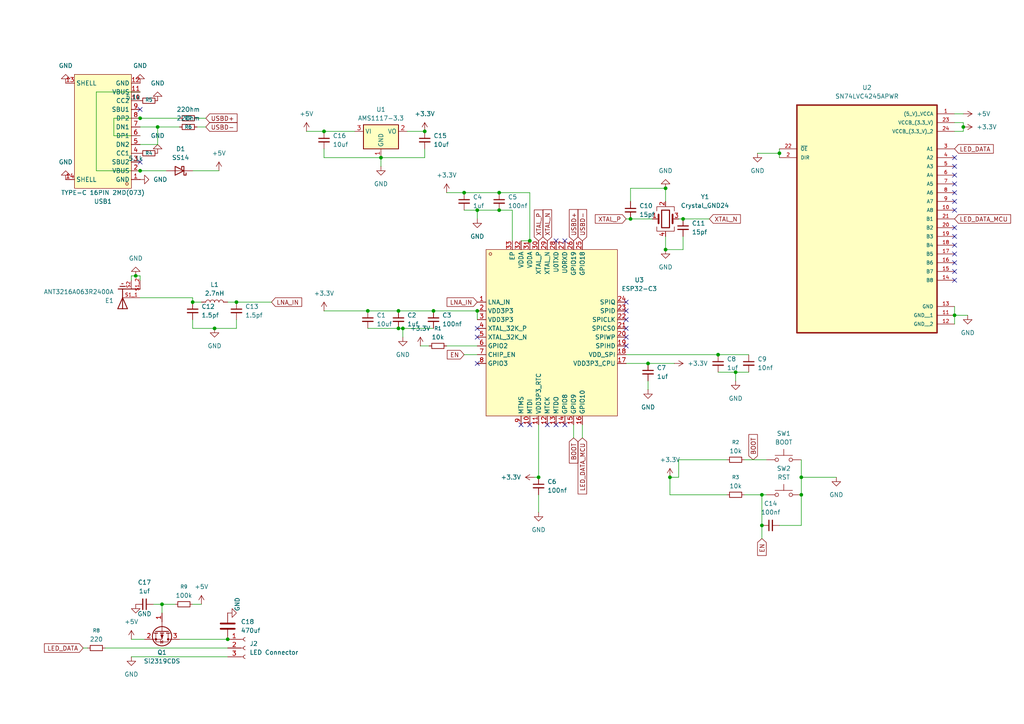
<source format=kicad_sch>
(kicad_sch (version 20250114) (generator "eeschema") (generator_version "9.0")
  (paper "A4")
  (lib_symbols
    (symbol "ANT3216A063R2400A:ANT3216A063R2400A" (pin_names (offset 1.016))
      (property "Reference" "E" (at 2.54 1.27 0))
      (property "Value" "ANT3216A063R2400A" (at 2.54 -1.27 0))
      (symbol "ANT3216A063R2400A_0_0"
        (polyline (pts (xy -1.397 3.175) (xy 0 3.175)) (stroke (width 0.254)))
        (polyline (pts (xy -0.762 -3.302) (xy 0.762 -3.302)) (stroke (width 0.254)))
        (polyline (pts (xy -0.127 -4.064) (xy 0.254 -4.064)) (stroke (width 0.254)))
        (polyline (pts (xy 0 3.175) (xy 0 0)) (stroke (width 0.254)))
        (polyline (pts (xy 0 3.175) (xy 1.397 3.175)) (stroke (width 0.254)))
        (polyline (pts (xy 0 0) (xy -1.397 3.175)) (stroke (width 0.254)))
        (polyline (pts (xy 0 0) (xy 0 -2.54)) (stroke (width 0.254)))
        (polyline (pts (xy 0 -2.54) (xy -5.08 -2.54)) (stroke (width 0.254)))
        (polyline (pts (xy 0 -2.54) (xy 1.27 -2.54)) (stroke (width 0.254)))
        (polyline (pts (xy 1.397 3.175) (xy 0 0)) (stroke (width 0.254)))
        (pin passive line (at -5.08 0 0) (length 5.08) (name "~") (number "S1_1"))
        (pin power_in line (at -5.08 -5.08 90) (length 2.54) (name "~") (number "S1_2"))
        (pin power_in line (at -2.54 -5.08 90) (length 2.54) (name "~") (number "S2"))
      )
    )
    (symbol "Connector:Conn_01x03_Socket" (pin_names (offset 1.016) (hide yes))
      (property "Reference" "J" (at 0 5.08 0))
      (property "Value" "Conn_01x03_Socket" (at 0 -5.08 0))
      (symbol "Conn_01x03_Socket_1_1"
        (polyline (pts (xy -1.27 2.54) (xy -0.508 2.54)) (stroke (width 0.1524)))
        (polyline (pts (xy -1.27 0) (xy -0.508 0)) (stroke (width 0.1524)))
        (polyline (pts (xy -1.27 -2.54) (xy -0.508 -2.54)) (stroke (width 0.1524)))
        (arc (start 0 2.032) (mid -0.5058 2.54) (end 0 3.048) (stroke (width 0.1524)))
        (arc (start 0 -0.508) (mid -0.5058 0) (end 0 0.508) (stroke (width 0.1524)))
        (arc (start 0 -3.048) (mid -0.5058 -2.54) (end 0 -2.032) (stroke (width 0.1524)))
        (pin passive line (at -5.08 2.54 0) (length 3.81) (name "Pin_1") (number "1"))
        (pin passive line (at -5.08 0 0) (length 3.81) (name "Pin_2") (number "2"))
        (pin passive line (at -5.08 -2.54 0) (length 3.81) (name "Pin_3") (number "3"))
      )
    )
    (symbol "Device:C" (pin_numbers (hide yes)) (pin_names (offset 0.254))
      (property "Reference" "C" (at 0.635 2.54 0))
      (property "Value" "C" (at 0.635 -2.54 0))
      (symbol "C_0_1"
        (polyline (pts (xy -2.032 0.762) (xy 2.032 0.762)) (stroke (width 0.508)))
        (polyline (pts (xy -2.032 -0.762) (xy 2.032 -0.762)) (stroke (width 0.508)))
      )
      (symbol "C_1_1"
        (pin passive line (at 0 3.81 270) (length 2.794) (name "~") (number "1"))
        (pin passive line (at 0 -3.81 90) (length 2.794) (name "~") (number "2"))
      )
    )
    (symbol "Device:C_Small" (pin_numbers (hide yes)) (pin_names (offset 0.254) (hide yes))
      (property "Reference" "C" (at 0.254 1.778 0))
      (property "Value" "C_Small" (at 0.254 -2.032 0))
      (symbol "C_Small_0_1"
        (polyline (pts (xy -1.524 0.508) (xy 1.524 0.508)) (stroke (width 0.3048)))
        (polyline (pts (xy -1.524 -0.508) (xy 1.524 -0.508)) (stroke (width 0.3302)))
      )
      (symbol "C_Small_1_1"
        (pin passive line (at 0 2.54 270) (length 2.032) (name "~") (number "1"))
        (pin passive line (at 0 -2.54 90) (length 2.032) (name "~") (number "2"))
      )
    )
    (symbol "Device:Crystal_GND24" (pin_names (offset 1.016) (hide yes))
      (property "Reference" "Y" (at 3.175 5.08 0))
      (property "Value" "Crystal_GND24" (at 3.175 3.175 0))
      (symbol "Crystal_GND24_0_1"
        (polyline (pts (xy -2.54 2.286) (xy -2.54 3.556) (xy 2.54 3.556) (xy 2.54 2.286)))
        (polyline (pts (xy -2.54 0) (xy -2.032 0)))
        (polyline (pts (xy -2.54 -2.286) (xy -2.54 -3.556) (xy 2.54 -3.556) (xy 2.54 -2.286)))
        (polyline (pts (xy -2.032 -1.27) (xy -2.032 1.27)) (stroke (width 0.508)))
        (rectangle (start -1.143 2.54) (end 1.143 -2.54) (stroke (width 0.3048)))
        (polyline (pts (xy 0 3.556) (xy 0 3.81)))
        (polyline (pts (xy 0 -3.81) (xy 0 -3.556)))
        (polyline (pts (xy 2.032 0) (xy 2.54 0)))
        (polyline (pts (xy 2.032 -1.27) (xy 2.032 1.27)) (stroke (width 0.508)))
      )
      (symbol "Crystal_GND24_1_1"
        (pin passive line (at -3.81 0 0) (length 1.27) (name "1") (number "1"))
        (pin passive line (at 0 5.08 270) (length 1.27) (name "2") (number "2"))
        (pin passive line (at 0 -5.08 90) (length 1.27) (name "4") (number "4"))
        (pin passive line (at 3.81 0 180) (length 1.27) (name "3") (number "3"))
      )
    )
    (symbol "Device:L" (pin_numbers (hide yes)) (pin_names (offset 1.016) (hide yes))
      (property "Reference" "L" (at -1.27 0 90))
      (property "Value" "L" (at 1.905 0 90))
      (symbol "L_0_1"
        (arc (start 0 2.54) (mid 0.6323 1.905) (end 0 1.27))
        (arc (start 0 1.27) (mid 0.6323 0.635) (end 0 0))
        (arc (start 0 0) (mid 0.6323 -0.635) (end 0 -1.27))
        (arc (start 0 -1.27) (mid 0.6323 -1.905) (end 0 -2.54))
      )
      (symbol "L_1_1"
        (pin passive line (at 0 3.81 270) (length 1.27) (name "1") (number "1"))
        (pin passive line (at 0 -3.81 90) (length 1.27) (name "2") (number "2"))
      )
    )
    (symbol "Device:R_Small" (pin_numbers (hide yes)) (pin_names (offset 0.254) (hide yes))
      (property "Reference" "R" (at 0 0 90))
      (property "Value" "R_Small" (at 1.778 0 90))
      (symbol "R_Small_0_1"
        (rectangle (start -0.762 1.778) (end 0.762 -1.778) (stroke (width 0.2032)))
      )
      (symbol "R_Small_1_1"
        (pin passive line (at 0 2.54 270) (length 0.762) (name "~") (number "1"))
        (pin passive line (at 0 -2.54 90) (length 0.762) (name "~") (number "2"))
      )
    )
    (symbol "Diode:SS14" (pin_numbers (hide yes)) (pin_names (offset 1.016) (hide yes))
      (property "Reference" "D" (at 0 2.54 0))
      (property "Value" "SS14" (at 0 -2.54 0))
      (symbol "SS14_0_1"
        (polyline (pts (xy -1.905 0.635) (xy -1.905 1.27) (xy -1.27 1.27) (xy -1.27 -1.27) (xy -0.635 -1.27) (xy -0.635 -0.635)) (stroke (width 0.254)))
        (polyline (pts (xy 1.27 1.27) (xy 1.27 -1.27) (xy -1.27 0) (xy 1.27 1.27)) (stroke (width 0.254)))
        (polyline (pts (xy 1.27 0) (xy -1.27 0)))
      )
      (symbol "SS14_1_1"
        (pin passive line (at -3.81 0 0) (length 2.54) (name "K") (number "1"))
        (pin passive line (at 3.81 0 180) (length 2.54) (name "A") (number "2"))
      )
    )
    (symbol "Regulator_Linear:AMS1117-3.3"
      (property "Reference" "U" (at -3.81 3.175 0))
      (property "Value" "AMS1117-3.3" (at 0 3.175 0))
      (symbol "AMS1117-3.3_0_1"
        (rectangle (start -5.08 -5.08) (end 5.08 1.905) (stroke (width 0.254)) (fill (type background)))
      )
      (symbol "AMS1117-3.3_1_1"
        (pin power_in line (at -7.62 0 0) (length 2.54) (name "VI") (number "3"))
        (pin power_in line (at 0 -7.62 90) (length 2.54) (name "GND") (number "1"))
        (pin power_out line (at 7.62 0 180) (length 2.54) (name "VO") (number "2"))
      )
    )
    (symbol "SN74LVC4245APWR:SN74LVC4245APWR" (pin_names (offset 1.016))
      (property "Reference" "U" (at -20.32 31.48 0))
      (property "Value" "SN74LVC4245APWR" (at -20.32 -39.56 0))
      (symbol "SN74LVC4245APWR_0_0"
        (rectangle (start -20.32 -35.56) (end 20.32 30.48) (stroke (width 0.41)) (fill (type background)))
        (pin input line (at -25.4 17.78 0) (length 5.08) (name "~{OE}") (number "22"))
        (pin input line (at -25.4 15.24 0) (length 5.08) (name "DIR") (number "2"))
        (pin power_in line (at 25.4 27.94 180) (length 5.08) (name "(5_V)_VCCA") (number "1"))
        (pin power_in line (at 25.4 25.4 180) (length 5.08) (name "VCCB_(3.3_V)") (number "23"))
        (pin power_in line (at 25.4 22.86 180) (length 5.08) (name "VCCB_(3.3_V)_2") (number "24"))
        (pin output line (at 25.4 17.78 180) (length 5.08) (name "A1") (number "3"))
        (pin output line (at 25.4 15.24 180) (length 5.08) (name "A2") (number "4"))
        (pin output line (at 25.4 12.7 180) (length 5.08) (name "A3") (number "5"))
        (pin output line (at 25.4 10.16 180) (length 5.08) (name "A4") (number "6"))
        (pin output line (at 25.4 7.62 180) (length 5.08) (name "A5") (number "7"))
        (pin output line (at 25.4 5.08 180) (length 5.08) (name "A6") (number "8"))
        (pin output line (at 25.4 2.54 180) (length 5.08) (name "A7") (number "9"))
        (pin output line (at 25.4 0 180) (length 5.08) (name "A8") (number "10"))
        (pin output line (at 25.4 -2.54 180) (length 5.08) (name "B1") (number "21"))
        (pin output line (at 25.4 -5.08 180) (length 5.08) (name "B2") (number "20"))
        (pin output line (at 25.4 -7.62 180) (length 5.08) (name "B3") (number "19"))
        (pin output line (at 25.4 -10.16 180) (length 5.08) (name "B4") (number "18"))
        (pin output line (at 25.4 -12.7 180) (length 5.08) (name "B5") (number "17"))
        (pin output line (at 25.4 -15.24 180) (length 5.08) (name "B6") (number "16"))
        (pin output line (at 25.4 -17.78 180) (length 5.08) (name "B7") (number "15"))
        (pin output line (at 25.4 -20.32 180) (length 5.08) (name "B8") (number "14"))
        (pin power_in line (at 25.4 -27.94 180) (length 5.08) (name "GND") (number "13"))
        (pin power_in line (at 25.4 -30.48 180) (length 5.08) (name "GND__1") (number "11"))
        (pin power_in line (at 25.4 -33.02 180) (length 5.08) (name "GND__2") (number "12"))
      )
    )
    (symbol "Switch:SW_Push" (pin_numbers (hide yes)) (pin_names (offset 1.016) (hide yes))
      (property "Reference" "SW" (at 1.27 2.54 0))
      (property "Value" "SW_Push" (at 0 -1.524 0))
      (symbol "SW_Push_0_1"
        (circle (center -2.032 0) (radius 0.508))
        (polyline (pts (xy 0 1.27) (xy 0 3.048)))
        (circle (center 2.032 0) (radius 0.508))
        (polyline (pts (xy 2.54 1.27) (xy -2.54 1.27)))
        (pin passive line (at -5.08 0 0) (length 2.54) (name "1") (number "1"))
        (pin passive line (at 5.08 0 180) (length 2.54) (name "2") (number "2"))
      )
    )
    (symbol "Transistor_FET:Si2319CDS" (pin_names (hide yes))
      (property "Reference" "Q" (at 5.08 1.905 0))
      (property "Value" "Si2319CDS" (at 5.08 0 0))
      (symbol "Si2319CDS_0_1"
        (polyline (pts (xy 0.254 1.905) (xy 0.254 -1.905)) (stroke (width 0.254)))
        (polyline (pts (xy 0.254 0) (xy -2.54 0)))
        (polyline (pts (xy 0.762 2.286) (xy 0.762 1.27)) (stroke (width 0.254)))
        (polyline (pts (xy 0.762 1.778) (xy 3.302 1.778) (xy 3.302 -1.778) (xy 0.762 -1.778)))
        (polyline (pts (xy 0.762 0.508) (xy 0.762 -0.508)) (stroke (width 0.254)))
        (polyline (pts (xy 0.762 -1.27) (xy 0.762 -2.286)) (stroke (width 0.254)))
        (circle (center 1.651 0) (radius 2.794) (stroke (width 0.254)))
        (polyline (pts (xy 2.286 0) (xy 1.27 0.381) (xy 1.27 -0.381) (xy 2.286 0)) (fill (type outline)))
        (polyline (pts (xy 2.54 2.54) (xy 2.54 1.778)))
        (circle (center 2.54 1.778) (radius 0.254) (fill (type outline)))
        (circle (center 2.54 -1.778) (radius 0.254) (fill (type outline)))
        (polyline (pts (xy 2.54 -2.54) (xy 2.54 0) (xy 0.762 0)))
        (polyline (pts (xy 2.794 -0.508) (xy 2.921 -0.381) (xy 3.683 -0.381) (xy 3.81 -0.254)))
        (polyline (pts (xy 3.302 -0.381) (xy 2.921 0.254) (xy 3.683 0.254) (xy 3.302 -0.381)))
      )
      (symbol "Si2319CDS_1_1"
        (pin input line (at -5.08 0 0) (length 2.54) (name "G") (number "1"))
        (pin passive line (at 2.54 5.08 270) (length 2.54) (name "D") (number "3"))
        (pin passive line (at 2.54 -5.08 90) (length 2.54) (name "S") (number "2"))
      )
    )
    (symbol "easyeda2kicad:ESP32-C3"
      (property "Reference" "U" (at 0 31.75 0))
      (property "Value" "ESP32-C3" (at 0 -31.75 0))
      (symbol "ESP32-C3_0_1"
        (rectangle (start -19.05 24.13) (end 19.05 -24.13) (fill (type background)))
        (circle (center -17.78 22.86) (radius 0.38))
        (pin unspecified line (at -21.59 8.89 0) (length 2.54) (name "LNA_IN") (number "1"))
        (pin unspecified line (at -21.59 6.35 0) (length 2.54) (name "VDD3P3") (number "2"))
        (pin unspecified line (at -21.59 3.81 0) (length 2.54) (name "VDD3P3") (number "3"))
        (pin unspecified line (at -21.59 1.27 0) (length 2.54) (name "XTAL_32K_P") (number "4"))
        (pin unspecified line (at -21.59 -1.27 0) (length 2.54) (name "XTAL_32K_N") (number "5"))
        (pin unspecified line (at -21.59 -3.81 0) (length 2.54) (name "GPIO2") (number "6"))
        (pin unspecified line (at -21.59 -6.35 0) (length 2.54) (name "CHIP_EN") (number "7"))
        (pin unspecified line (at -21.59 -8.89 0) (length 2.54) (name "GPIO3") (number "8"))
        (pin unspecified line (at -11.43 26.67 270) (length 2.54) (name "EP") (number "33"))
        (pin unspecified line (at -8.89 26.67 270) (length 2.54) (name "VDDA") (number "32"))
        (pin unspecified line (at -8.89 -26.67 90) (length 2.54) (name "MTMS") (number "9"))
        (pin unspecified line (at -6.35 26.67 270) (length 2.54) (name "VDDA") (number "31"))
        (pin unspecified line (at -6.35 -26.67 90) (length 2.54) (name "MTDI") (number "10"))
        (pin unspecified line (at -3.81 26.67 270) (length 2.54) (name "XTAL_P") (number "30"))
        (pin unspecified line (at -3.81 -26.67 90) (length 2.54) (name "VDD3P3_RTC") (number "11"))
        (pin unspecified line (at -1.27 26.67 270) (length 2.54) (name "XTAL_N") (number "29"))
        (pin unspecified line (at -1.27 -26.67 90) (length 2.54) (name "MTCK") (number "12"))
        (pin unspecified line (at 1.27 26.67 270) (length 2.54) (name "U0TXD") (number "28"))
        (pin unspecified line (at 1.27 -26.67 90) (length 2.54) (name "MTDO") (number "13"))
        (pin unspecified line (at 3.81 26.67 270) (length 2.54) (name "U0RXD") (number "27"))
        (pin unspecified line (at 3.81 -26.67 90) (length 2.54) (name "GPIO8") (number "14"))
        (pin unspecified line (at 6.35 26.67 270) (length 2.54) (name "GPIO19") (number "26"))
        (pin unspecified line (at 6.35 -26.67 90) (length 2.54) (name "GPIO9") (number "15"))
        (pin unspecified line (at 8.89 26.67 270) (length 2.54) (name "GPIO18") (number "25"))
        (pin unspecified line (at 8.89 -26.67 90) (length 2.54) (name "GPIO10") (number "16"))
        (pin unspecified line (at 21.59 8.89 180) (length 2.54) (name "SPIQ") (number "24"))
        (pin unspecified line (at 21.59 6.35 180) (length 2.54) (name "SPID") (number "23"))
        (pin unspecified line (at 21.59 3.81 180) (length 2.54) (name "SPICLK") (number "22"))
        (pin unspecified line (at 21.59 1.27 180) (length 2.54) (name "SPICS0") (number "21"))
        (pin unspecified line (at 21.59 -1.27 180) (length 2.54) (name "SPIWP") (number "20"))
        (pin unspecified line (at 21.59 -3.81 180) (length 2.54) (name "SPIHD") (number "19"))
        (pin unspecified line (at 21.59 -6.35 180) (length 2.54) (name "VDD_SPI") (number "18"))
        (pin unspecified line (at 21.59 -8.89 180) (length 2.54) (name "VDD3P3_CPU") (number "17"))
      )
    )
    (symbol "easyeda2kicad:TYPE-C16PIN2MD(073)"
      (property "Reference" "USB" (at 0 19.05 0))
      (property "Value" "TYPE-C 16PIN 2MD(073)" (at 0 -19.05 0))
      (symbol "TYPE-C16PIN2MD(073)_0_1"
        (rectangle (start -8.89 16.51) (end 7.62 -16.51) (fill (type background)))
        (circle (center -7.62 15.24) (radius 0.38))
        (pin unspecified line (at -11.43 13.97 0) (length 2.54) (name "GND") (number "1"))
        (pin unspecified line (at -11.43 11.43 0) (length 2.54) (name "VBUS") (number "2"))
        (pin unspecified line (at -11.43 8.89 0) (length 2.54) (name "SBU2") (number "3"))
        (pin unspecified line (at -11.43 6.35 0) (length 2.54) (name "CC1") (number "4"))
        (pin unspecified line (at -11.43 3.81 0) (length 2.54) (name "DN2") (number "5"))
        (pin unspecified line (at -11.43 1.27 0) (length 2.54) (name "DP1") (number "6"))
        (pin unspecified line (at -11.43 -1.27 0) (length 2.54) (name "DN1") (number "7"))
        (pin unspecified line (at -11.43 -3.81 0) (length 2.54) (name "DP2") (number "8"))
        (pin unspecified line (at -11.43 -6.35 0) (length 2.54) (name "SBU1") (number "9"))
        (pin unspecified line (at -11.43 -8.89 0) (length 2.54) (name "CC2") (number "10"))
        (pin unspecified line (at -11.43 -11.43 0) (length 2.54) (name "VBUS") (number "11"))
        (pin unspecified line (at -11.43 -13.97 0) (length 2.54) (name "GND") (number "12"))
        (pin unspecified line (at 10.16 13.97 180) (length 2.54) (name "SHELL") (number "14"))
        (pin unspecified line (at 10.16 -13.97 180) (length 2.54) (name "SHELL") (number "13"))
      )
    )
    (symbol "power:+3.3V" (power) (pin_numbers (hide yes)) (pin_names (offset 0) (hide yes))
      (property "Value" "+3.3V" (at 0 3.556 0))
      (symbol "+3.3V_0_1"
        (polyline (pts (xy -0.762 1.27) (xy 0 2.54)))
        (polyline (pts (xy 0 2.54) (xy 0.762 1.27)))
        (polyline (pts (xy 0 0) (xy 0 2.54)))
      )
      (symbol "+3.3V_1_1"
        (pin power_in line (at 0 0 90) (length 0) (name "~") (number "1"))
      )
    )
    (symbol "power:+5V" (power) (pin_numbers (hide yes)) (pin_names (offset 0) (hide yes))
      (property "Value" "+5V" (at 0 3.556 0))
      (symbol "+5V_0_1"
        (polyline (pts (xy -0.762 1.27) (xy 0 2.54)))
        (polyline (pts (xy 0 2.54) (xy 0.762 1.27)))
        (polyline (pts (xy 0 0) (xy 0 2.54)))
      )
      (symbol "+5V_1_1"
        (pin power_in line (at 0 0 90) (length 0) (name "~") (number "1"))
      )
    )
    (symbol "power:GND" (power) (pin_numbers (hide yes)) (pin_names (offset 0) (hide yes))
      (property "Value" "GND" (at 0 -3.81 0))
      (symbol "GND_0_1"
        (polyline (pts (xy 0 0) (xy 0 -1.27) (xy 1.27 -1.27) (xy 0 -2.54) (xy -1.27 -1.27) (xy 0 -1.27)))
      )
      (symbol "GND_1_1"
        (pin power_in line (at 0 0 270) (length 0) (name "~") (number "1"))
      )
    )
  )
  (junction (at 144.78 55.88))
  (junction (at 123.19 38.1))
  (junction (at 279.4 36.83))
  (junction (at 198.12 63.5))
  (junction (at 39.37 80.01))
  (junction (at 226.06 44.45))
  (junction (at 110.49 45.72))
  (junction (at 156.21 138.43))
  (junction (at 55.88 87.63))
  (junction (at 220.98 152.4))
  (junction (at 208.28 102.87))
  (junction (at 144.78 60.96))
  (junction (at 93.98 38.1))
  (junction (at 193.04 72.39))
  (junction (at 153.67 69.85))
  (junction (at 187.96 105.41))
  (junction (at 276.86 91.44))
  (junction (at 116.84 95.25))
  (junction (at 138.43 90.17))
  (junction (at 46.99 175.26))
  (junction (at 138.43 60.96))
  (junction (at 134.62 55.88))
  (junction (at 125.73 90.17))
  (junction (at 106.68 90.17))
  (junction (at 115.57 95.25))
  (junction (at 40.64 49.53))
  (junction (at 68.58 87.63))
  (junction (at 220.98 143.51))
  (junction (at 193.04 54.61))
  (junction (at 66.04 185.42))
  (junction (at 45.72 36.83))
  (junction (at 232.41 138.43))
  (junction (at 62.23 95.25))
  (junction (at 182.88 63.5))
  (junction (at 40.64 34.29))
  (junction (at 194.31 138.43))
  (junction (at 213.36 107.95))
  (junction (at 115.57 90.17))
  (junction (at 232.41 143.51))
  (no_connect (at 276.86 73.66))
  (no_connect (at 276.86 50.8))
  (no_connect (at 138.43 97.79))
  (no_connect (at 276.86 66.04))
  (no_connect (at 276.86 45.72))
  (no_connect (at 276.86 48.26))
  (no_connect (at 138.43 105.41))
  (no_connect (at 276.86 60.96))
  (no_connect (at 276.86 68.58))
  (no_connect (at 40.64 31.75))
  (no_connect (at 138.43 95.25))
  (no_connect (at 181.61 87.63))
  (no_connect (at 276.86 58.42))
  (no_connect (at 153.67 123.19))
  (no_connect (at 181.61 90.17))
  (no_connect (at 40.64 46.99))
  (no_connect (at 276.86 81.28))
  (no_connect (at 181.61 92.71))
  (no_connect (at 276.86 78.74))
  (no_connect (at 276.86 53.34))
  (no_connect (at 181.61 97.79))
  (no_connect (at 181.61 95.25))
  (no_connect (at 276.86 76.2))
  (no_connect (at 161.29 69.85))
  (no_connect (at 163.83 123.19))
  (no_connect (at 276.86 71.12))
  (no_connect (at 276.86 55.88))
  (no_connect (at 161.29 123.19))
  (no_connect (at 151.13 123.19))
  (no_connect (at 158.75 123.19))
  (no_connect (at 163.83 69.85))
  (no_connect (at 181.61 100.33))
  (wire (pts (xy 276.86 33.02) (xy 279.4 33.02)))
  (wire (pts (xy 144.78 60.96) (xy 138.43 60.96)))
  (wire (pts (xy 166.37 123.19) (xy 166.37 127)))
  (wire (pts (xy 48.26 49.53) (xy 40.64 49.53)))
  (wire (pts (xy 232.41 152.4) (xy 232.41 143.51)))
  (wire (pts (xy 153.67 55.88) (xy 144.78 55.88)))
  (wire (pts (xy 57.15 36.83) (xy 59.69 36.83)))
  (wire (pts (xy 220.98 143.51) (xy 222.25 143.51)))
  (wire (pts (xy 40.64 39.37) (xy 33.02 39.37)))
  (wire (pts (xy 68.58 95.25) (xy 62.23 95.25)))
  (wire (pts (xy 123.19 45.72) (xy 110.49 45.72)))
  (wire (pts (xy 148.59 60.96) (xy 144.78 60.96)))
  (wire (pts (xy 40.64 86.36) (xy 55.88 86.36)))
  (wire (pts (xy 38.1 81.28) (xy 38.1 80.01)))
  (wire (pts (xy 52.07 34.29) (xy 40.64 34.29)))
  (wire (pts (xy 232.41 138.43) (xy 242.57 138.43)))
  (wire (pts (xy 106.68 90.17) (xy 115.57 90.17)))
  (wire (pts (xy 55.88 49.53) (xy 63.5 49.53)))
  (wire (pts (xy 66.04 87.63) (xy 68.58 87.63)))
  (wire (pts (xy 38.1 190.5) (xy 66.04 190.5)))
  (wire (pts (xy 30.48 187.96) (xy 66.04 187.96)))
  (wire (pts (xy 40.64 80.01) (xy 39.37 80.01)))
  (wire (pts (xy 181.61 63.5) (xy 182.88 63.5)))
  (wire (pts (xy 93.98 38.1) (xy 102.87 38.1)))
  (wire (pts (xy 193.04 68.58) (xy 193.04 72.39)))
  (wire (pts (xy 213.36 107.95) (xy 213.36 110.49)))
  (wire (pts (xy 279.4 38.1) (xy 279.4 36.83)))
  (wire (pts (xy 93.98 90.17) (xy 106.68 90.17)))
  (wire (pts (xy 118.11 38.1) (xy 123.19 38.1)))
  (wire (pts (xy 198.12 72.39) (xy 193.04 72.39)))
  (wire (pts (xy 276.86 91.44) (xy 280.67 91.44)))
  (wire (pts (xy 38.1 185.42) (xy 41.91 185.42)))
  (wire (pts (xy 208.28 107.95) (xy 213.36 107.95)))
  (wire (pts (xy 93.98 43.18) (xy 93.98 45.72)))
  (wire (pts (xy 151.13 69.85) (xy 153.67 69.85)))
  (wire (pts (xy 213.36 107.95) (xy 217.17 107.95)))
  (wire (pts (xy 156.21 123.19) (xy 156.21 138.43)))
  (wire (pts (xy 215.9 133.35) (xy 222.25 133.35)))
  (wire (pts (xy 226.06 44.45) (xy 226.06 45.72)))
  (wire (pts (xy 187.96 105.41) (xy 195.58 105.41)))
  (wire (pts (xy 196.85 133.35) (xy 196.85 138.43)))
  (wire (pts (xy 33.02 39.37) (xy 33.02 34.29)))
  (wire (pts (xy 46.99 175.26) (xy 46.99 177.8)))
  (wire (pts (xy 196.85 138.43) (xy 194.31 138.43)))
  (wire (pts (xy 138.43 60.96) (xy 138.43 63.5)))
  (wire (pts (xy 55.88 87.63) (xy 58.42 87.63)))
  (wire (pts (xy 134.62 55.88) (xy 144.78 55.88)))
  (wire (pts (xy 134.62 102.87) (xy 138.43 102.87)))
  (wire (pts (xy 182.88 58.42) (xy 182.88 54.61)))
  (wire (pts (xy 182.88 63.5) (xy 189.23 63.5)))
  (wire (pts (xy 68.58 87.63) (xy 78.74 87.63)))
  (wire (pts (xy 27.94 49.53) (xy 40.64 49.53)))
  (wire (pts (xy 93.98 45.72) (xy 110.49 45.72)))
  (wire (pts (xy 121.92 100.33) (xy 124.46 100.33)))
  (wire (pts (xy 220.98 152.4) (xy 220.98 156.21)))
  (wire (pts (xy 154.94 138.43) (xy 156.21 138.43)))
  (wire (pts (xy 279.4 35.56) (xy 279.4 36.83)))
  (wire (pts (xy 276.86 91.44) (xy 276.86 93.98)))
  (wire (pts (xy 276.86 35.56) (xy 279.4 35.56)))
  (wire (pts (xy 55.88 92.71) (xy 55.88 95.25)))
  (wire (pts (xy 182.88 54.61) (xy 193.04 54.61)))
  (wire (pts (xy 168.91 123.19) (xy 168.91 127)))
  (wire (pts (xy 226.06 152.4) (xy 232.41 152.4)))
  (wire (pts (xy 110.49 45.72) (xy 110.49 48.26)))
  (wire (pts (xy 125.73 90.17) (xy 138.43 90.17)))
  (wire (pts (xy 215.9 143.51) (xy 220.98 143.51)))
  (wire (pts (xy 148.59 69.85) (xy 148.59 60.96)))
  (wire (pts (xy 66.04 185.42) (xy 52.07 185.42)))
  (wire (pts (xy 210.82 133.35) (xy 196.85 133.35)))
  (wire (pts (xy 156.21 143.51) (xy 156.21 148.59)))
  (wire (pts (xy 193.04 54.61) (xy 193.04 58.42)))
  (wire (pts (xy 33.02 34.29) (xy 40.64 34.29)))
  (wire (pts (xy 276.86 88.9) (xy 276.86 91.44)))
  (wire (pts (xy 116.84 95.25) (xy 116.84 97.79)))
  (wire (pts (xy 40.64 26.67) (xy 27.94 26.67)))
  (wire (pts (xy 187.96 110.49) (xy 187.96 113.03)))
  (wire (pts (xy 129.54 55.88) (xy 134.62 55.88)))
  (wire (pts (xy 198.12 68.58) (xy 198.12 72.39)))
  (wire (pts (xy 138.43 90.17) (xy 138.43 92.71)))
  (wire (pts (xy 219.71 44.45) (xy 226.06 44.45)))
  (wire (pts (xy 115.57 90.17) (xy 125.73 90.17)))
  (wire (pts (xy 205.74 63.5) (xy 198.12 63.5)))
  (wire (pts (xy 55.88 95.25) (xy 62.23 95.25)))
  (wire (pts (xy 55.88 175.26) (xy 58.42 175.26)))
  (wire (pts (xy 208.28 102.87) (xy 217.17 102.87)))
  (wire (pts (xy 38.1 80.01) (xy 39.37 80.01)))
  (wire (pts (xy 123.19 43.18) (xy 123.19 45.72)))
  (wire (pts (xy 55.88 86.36) (xy 55.88 87.63)))
  (wire (pts (xy 106.68 95.25) (xy 115.57 95.25)))
  (wire (pts (xy 40.64 41.91) (xy 45.72 41.91)))
  (wire (pts (xy 129.54 100.33) (xy 138.43 100.33)))
  (wire (pts (xy 210.82 143.51) (xy 194.31 143.51)))
  (wire (pts (xy 27.94 26.67) (xy 27.94 49.53)))
  (wire (pts (xy 276.86 38.1) (xy 279.4 38.1)))
  (wire (pts (xy 57.15 34.29) (xy 59.69 34.29)))
  (wire (pts (xy 52.07 36.83) (xy 45.72 36.83)))
  (wire (pts (xy 44.45 175.26) (xy 46.99 175.26)))
  (wire (pts (xy 46.99 175.26) (xy 50.8 175.26)))
  (wire (pts (xy 116.84 95.25) (xy 125.73 95.25)))
  (wire (pts (xy 198.12 63.5) (xy 196.85 63.5)))
  (wire (pts (xy 181.61 105.41) (xy 187.96 105.41)))
  (wire (pts (xy 24.13 187.96) (xy 25.4 187.96)))
  (wire (pts (xy 45.72 36.83) (xy 40.64 36.83)))
  (wire (pts (xy 40.64 81.28) (xy 40.64 80.01)))
  (wire (pts (xy 232.41 133.35) (xy 232.41 138.43)))
  (wire (pts (xy 220.98 152.4) (xy 220.98 143.51)))
  (wire (pts (xy 138.43 60.96) (xy 134.62 60.96)))
  (wire (pts (xy 88.9 38.1) (xy 93.98 38.1)))
  (wire (pts (xy 45.72 41.91) (xy 45.72 36.83)))
  (wire (pts (xy 232.41 143.51) (xy 232.41 138.43)))
  (wire (pts (xy 153.67 69.85) (xy 153.67 55.88)))
  (wire (pts (xy 115.57 95.25) (xy 116.84 95.25)))
  (wire (pts (xy 181.61 102.87) (xy 208.28 102.87)))
  (wire (pts (xy 226.06 43.18) (xy 226.06 44.45)))
  (wire (pts (xy 194.31 143.51) (xy 194.31 138.43)))
  (wire (pts (xy 68.58 92.71) (xy 68.58 95.25)))
  (global_label "BOOT" (shape input) (at 166.37 127 270) (property "Intersheetrefs" "${INTERSHEET_REFS}" (effects (hide yes))))
  (global_label "BOOT" (shape input) (at 218.44 133.35 90) (property "Intersheetrefs" "${INTERSHEET_REFS}" (effects (hide yes))))
  (global_label "LED_DATA" (shape input) (at 24.13 187.96 180) (property "Intersheetrefs" "${INTERSHEET_REFS}" (effects (hide yes))))
  (global_label "XTAL_P" (shape input) (at 156.21 69.85 90) (property "Intersheetrefs" "${INTERSHEET_REFS}" (effects (hide yes))))
  (global_label "USBD+" (shape input) (at 166.37 69.85 90) (property "Intersheetrefs" "${INTERSHEET_REFS}" (effects (hide yes))))
  (global_label "XTAL_N" (shape input) (at 205.74 63.5 0) (property "Intersheetrefs" "${INTERSHEET_REFS}" (effects (hide yes))))
  (global_label "USBD-" (shape input) (at 59.69 36.83 0) (property "Intersheetrefs" "${INTERSHEET_REFS}" (effects (hide yes))))
  (global_label "XTAL_P" (shape input) (at 181.61 63.5 180) (property "Intersheetrefs" "${INTERSHEET_REFS}" (effects (hide yes))))
  (global_label "EN" (shape input) (at 220.98 156.21 270) (property "Intersheetrefs" "${INTERSHEET_REFS}" (effects (hide yes))))
  (global_label "USBD-" (shape input) (at 168.91 69.85 90) (property "Intersheetrefs" "${INTERSHEET_REFS}" (effects (hide yes))))
  (global_label "XTAL_N" (shape input) (at 158.75 69.85 90) (property "Intersheetrefs" "${INTERSHEET_REFS}" (effects (hide yes))))
  (global_label "LNA_IN" (shape input) (at 78.74 87.63 0) (property "Intersheetrefs" "${INTERSHEET_REFS}" (effects (hide yes))))
  (global_label "USBD+" (shape input) (at 59.69 34.29 0) (property "Intersheetrefs" "${INTERSHEET_REFS}" (effects (hide yes))))
  (global_label "LED_DATA" (shape input) (at 276.86 43.18 0) (property "Intersheetrefs" "${INTERSHEET_REFS}" (effects (hide yes))))
  (global_label "LNA_IN" (shape input) (at 138.43 87.63 180) (property "Intersheetrefs" "${INTERSHEET_REFS}" (effects (hide yes))))
  (global_label "EN" (shape input) (at 134.62 102.87 180) (property "Intersheetrefs" "${INTERSHEET_REFS}" (effects (hide yes))))
  (global_label "LED_DATA_MCU" (shape input) (at 168.91 127 270) (property "Intersheetrefs" "${INTERSHEET_REFS}" (effects (hide yes))))
  (global_label "LED_DATA_MCU" (shape input) (at 276.86 63.5 0) (property "Intersheetrefs" "${INTERSHEET_REFS}" (effects (hide yes))))
  (symbol (lib_id "power:GND") (at 213.36 110.49 0) (unit 1)
    (property "Reference" "#PWR09" (effects (hide yes)))
    (property "Value" "GND" (at 213.36 115.57 0))
    (property "Description" "Power symbol creates a global label with name \"GND\" , ground" (effects (hide yes)))
  )
  (symbol (lib_id "Switch:SW_Push") (at 227.33 143.51 0) (unit 1)
    (property "Reference" "SW2" (at 227.33 135.89 0))
    (property "Value" "RST" (at 227.33 138.43 0))
    (property "Footprint" "Button_Switch_SMD:SW_SPST_TS-1088-xR020" (effects (hide yes)))
    (property "Description" "Push button switch, generic, two pins" (effects (hide yes)))
    (property "LCSC" "C720477" (effects (hide yes)))
  )
  (symbol (lib_id "Device:C_Small") (at 106.68 92.71 0) (unit 1)
    (property "Reference" "C1" (at 109.22 91.4462 0) (effects (justify left)))
    (property "Value" "10uf" (at 109.22 93.9862 0) (effects (justify left)))
    (property "Footprint" "Capacitor_SMD:C_0402_1005Metric" (effects (hide yes)))
    (property "Description" "Unpolarized capacitor, small symbol" (effects (hide yes)))
    (property "LCSC" "C15525" (effects (hide yes)))
  )
  (symbol (lib_id "power:GND") (at 66.04 177.8 90) (unit 1)
    (property "Reference" "#PWR031" (effects (hide yes)))
    (property "Value" "GND" (at 68.834 175.26 0))
    (property "Description" "Power symbol creates a global label with name \"GND\" , ground" (effects (hide yes)))
  )
  (symbol (lib_id "Regulator_Linear:AMS1117-3.3") (at 110.49 38.1 0) (unit 1)
    (property "Reference" "U1" (at 110.49 31.75 0))
    (property "Value" "AMS1117-3.3" (at 110.49 34.29 0))
    (property "Footprint" "Package_TO_SOT_SMD:SOT-223-3_TabPin2" (effects (hide yes)))
    (property "Datasheet" "http://www.advanced-monolithic.com/pdf/ds1117.pdf" (effects (hide yes)))
    (property "Description" "1A Low Dropout regulator, positive, 3.3V fixed output, SOT-223" (effects (hide yes)))
    (property "LCSC" "C6186" (effects (hide yes)))
  )
  (symbol (lib_id "power:+5V") (at 88.9 38.1 0) (unit 1)
    (property "Reference" "#PWR026" (effects (hide yes)))
    (property "Value" "+5V" (at 88.9 33.02 0))
    (property "Description" "Power symbol creates a global label with name \"+5V\"" (effects (hide yes)))
  )
  (symbol (lib_id "Switch:SW_Push") (at 227.33 133.35 0) (unit 1)
    (property "Reference" "SW1" (at 227.33 125.73 0))
    (property "Value" "BOOT" (at 227.33 128.27 0))
    (property "Footprint" "Button_Switch_SMD:SW_SPST_TS-1088-xR020" (effects (hide yes)))
    (property "Description" "Push button switch, generic, two pins" (effects (hide yes)))
    (property "LCSC" "C720477" (effects (hide yes)))
  )
  (symbol (lib_id "Device:C_Small") (at 115.57 92.71 0) (unit 1)
    (property "Reference" "C2" (at 118.11 91.4462 0) (effects (justify left)))
    (property "Value" "1uf" (at 118.11 93.9862 0) (effects (justify left)))
    (property "Footprint" "Capacitor_SMD:C_0402_1005Metric" (effects (hide yes)))
    (property "Description" "Unpolarized capacitor, small symbol" (effects (hide yes)))
    (property "LCSC" "C52923" (effects (hide yes)))
  )
  (symbol (lib_id "easyeda2kicad:ESP32-C3") (at 160.02 96.52 0) (unit 1)
    (property "Reference" "U3" (at 185.42 81.2098 0))
    (property "Value" "ESP32-C3" (at 185.42 83.7498 0))
    (property "Footprint" "easyeda2kicad:QFN-32_L5.0-W5.0-P0.50-TL-EP3.7" (effects (hide yes)))
    (property "LCSC Part" "C2838500" (effects (hide yes)))
  )
  (symbol (lib_id "Device:R_Small") (at 127 100.33 270) (unit 1)
    (property "Reference" "R1" (at 127 95.25 90) (effects (font (size 1.016 1.016))))
    (property "Value" "10k" (at 127 97.79 90))
    (property "Footprint" "Resistor_SMD:R_0402_1005Metric" (effects (hide yes)))
    (property "Description" "Resistor, small symbol" (effects (hide yes)))
    (property "LCSC" "C25744" (effects (hide yes)))
  )
  (symbol (lib_id "power:GND") (at 187.96 113.03 0) (unit 1)
    (property "Reference" "#PWR08" (effects (hide yes)))
    (property "Value" "GND" (at 187.96 118.11 0))
    (property "Description" "Power symbol creates a global label with name \"GND\" , ground" (effects (hide yes)))
  )
  (symbol (lib_id "Device:C_Small") (at 208.28 105.41 0) (unit 1)
    (property "Reference" "C8" (at 210.82 104.1462 0) (effects (justify left)))
    (property "Value" "1uf" (at 210.82 106.6862 0) (effects (justify left)))
    (property "Footprint" "Capacitor_SMD:C_0402_1005Metric" (effects (hide yes)))
    (property "Description" "Unpolarized capacitor, small symbol" (effects (hide yes)))
    (property "LCSC" "C52923" (effects (hide yes)))
  )
  (symbol (lib_id "power:GND") (at 116.84 97.79 0) (unit 1)
    (property "Reference" "#PWR01" (effects (hide yes)))
    (property "Value" "GND" (at 116.84 102.87 0))
    (property "Description" "Power symbol creates a global label with name \"GND\" , ground" (effects (hide yes)))
  )
  (symbol (lib_id "power:+3.3V") (at 93.98 90.17 0) (unit 1)
    (property "Reference" "#PWR02" (effects (hide yes)))
    (property "Value" "+3.3V" (at 93.98 85.09 0))
    (property "Description" "Power symbol creates a global label with name \"+3.3V\"" (effects (hide yes)))
  )
  (symbol (lib_id "Device:C_Small") (at 41.91 175.26 270) (unit 1)
    (property "Reference" "C17" (at 41.9036 168.91 90))
    (property "Value" "1uf" (at 41.9036 171.45 90))
    (property "Footprint" "Capacitor_SMD:C_0402_1005Metric" (effects (hide yes)))
    (property "Description" "Unpolarized capacitor, small symbol" (effects (hide yes)))
    (property "LCSC" "C52923" (effects (hide yes)))
  )
  (symbol (lib_id "Device:C_Small") (at 182.88 60.96 0) (unit 1)
    (property "Reference" "C10" (at 185.42 59.6962 0) (effects (justify left)))
    (property "Value" "15pf" (at 185.42 62.2362 0) (effects (justify left)))
    (property "Footprint" "Capacitor_SMD:C_0402_1005Metric" (effects (hide yes)))
    (property "Description" "Unpolarized capacitor, small symbol" (effects (hide yes)))
    (property "LCSC" "C1548" (effects (hide yes)))
  )
  (symbol (lib_id "Device:C_Small") (at 198.12 66.04 0) (unit 1)
    (property "Reference" "C11" (at 200.66 64.7762 0) (effects (justify left)))
    (property "Value" "15pf" (at 200.66 67.3162 0) (effects (justify left)))
    (property "Footprint" "Capacitor_SMD:C_0402_1005Metric" (effects (hide yes)))
    (property "Description" "Unpolarized capacitor, small symbol" (effects (hide yes)))
    (property "LCSC" "C1548" (effects (hide yes)))
  )
  (symbol (lib_id "power:GND") (at 45.72 44.45 180) (unit 1)
    (property "Reference" "#PWR020" (effects (hide yes)))
    (property "Value" "GND" (at 45.72 39.37 0))
    (property "Description" "Power symbol creates a global label with name \"GND\" , ground" (effects (hide yes)))
  )
  (symbol (lib_id "power:GND") (at 19.05 24.13 180) (unit 1)
    (property "Reference" "#PWR034" (effects (hide yes)))
    (property "Value" "GND" (at 19.05 19.05 0))
    (property "Description" "Power symbol creates a global label with name \"GND\" , ground" (effects (hide yes)))
  )
  (symbol (lib_id "Device:R_Small") (at 54.61 36.83 90) (unit 1)
    (property "Reference" "R6" (at 54.61 36.83 90) (effects (font (size 1.016 1.016))))
    (property "Value" "22Ohm" (at 54.61 34.29 90))
    (property "Footprint" "Resistor_SMD:R_0402_1005Metric" (effects (hide yes)))
    (property "Description" "Resistor, small symbol" (effects (hide yes)))
    (property "LCSC" "C25092" (effects (hide yes)))
  )
  (symbol (lib_id "Transistor_FET:Si2319CDS") (at 46.99 182.88 270) (unit 1)
    (property "Reference" "Q1" (at 46.99 189.23 90))
    (property "Value" "Si2319CDS" (at 46.99 191.77 90))
    (property "Footprint" "Package_TO_SOT_SMD:SOT-23" (effects (hide yes)))
    (property "Datasheet" "http://www.vishay.com/docs/66709/si2319cd.pdf" (effects (hide yes)))
    (property "Description" "-4.4A Id, -40V Vds, P-Channel MOSFET, SOT-23" (effects (hide yes)))
    (property "LCSC" "C10487" (effects (hide yes)))
  )
  (symbol (lib_id "power:GND") (at 39.37 80.01 180) (unit 1)
    (property "Reference" "#PWR014" (effects (hide yes)))
    (property "Value" "GND" (at 39.37 74.93 0))
    (property "Description" "Power symbol creates a global label with name \"GND\" , ground" (effects (hide yes)))
  )
  (symbol (lib_id "power:+5V") (at 58.42 175.26 0) (unit 1)
    (property "Reference" "#PWR030" (effects (hide yes)))
    (property "Value" "+5V" (at 58.42 170.18 0))
    (property "Description" "Power symbol creates a global label with name \"+5V\"" (effects (hide yes)))
  )
  (symbol (lib_id "Device:R_Small") (at 27.94 187.96 90) (unit 1)
    (property "Reference" "R8" (at 27.94 182.88 90) (effects (font (size 1.016 1.016))))
    (property "Value" "220" (at 27.94 185.42 90))
    (property "Footprint" "Resistor_SMD:R_0402_1005Metric" (effects (hide yes)))
    (property "Description" "Resistor, small symbol" (effects (hide yes)))
    (property "LCSC" "C25091" (effects (hide yes)))
  )
  (symbol (lib_id "power:+3.3V") (at 194.31 138.43 0) (unit 1)
    (property "Reference" "#PWR016" (effects (hide yes)))
    (property "Value" "+3.3V" (at 194.31 133.35 0))
    (property "Description" "Power symbol creates a global label with name \"+3.3V\"" (effects (hide yes)))
  )
  (symbol (lib_id "Connector:Conn_01x03_Socket") (at 71.12 187.96 0) (unit 1)
    (property "Reference" "J2" (at 72.39 186.6899 0) (effects (justify left)))
    (property "Value" "LED Connector" (at 72.39 189.2299 0) (effects (justify left)))
    (property "Footprint" "Connector_PinSocket_2.54mm:PinSocket_1x03_P2.54mm_Vertical" (effects (hide yes)))
    (property "Description" "Generic connector, single row, 01x03, script generated" (effects (hide yes)))
  )
  (symbol (lib_id "Device:C_Small") (at 156.21 140.97 0) (unit 1)
    (property "Reference" "C6" (at 158.75 139.7062 0) (effects (justify left)))
    (property "Value" "100nf" (at 158.75 142.2462 0) (effects (justify left)))
    (property "Footprint" "Capacitor_SMD:C_0402_1005Metric" (effects (hide yes)))
    (property "Description" "Unpolarized capacitor, small symbol" (effects (hide yes)))
    (property "LCSC" "C1525" (effects (hide yes)))
  )
  (symbol (lib_id "power:GND") (at 38.1 190.5 0) (unit 1)
    (property "Reference" "#PWR028" (effects (hide yes)))
    (property "Value" "GND" (at 38.1 195.58 0))
    (property "Description" "Power symbol creates a global label with name \"GND\" , ground" (effects (hide yes)))
  )
  (symbol (lib_id "power:+3.3V") (at 123.19 38.1 0) (unit 1)
    (property "Reference" "#PWR018" (effects (hide yes)))
    (property "Value" "+3.3V" (at 123.19 33.02 0))
    (property "Description" "Power symbol creates a global label with name \"+3.3V\"" (effects (hide yes)))
  )
  (symbol (lib_id "power:GND") (at 193.04 72.39 0) (unit 1)
    (property "Reference" "#PWR011" (effects (hide yes)))
    (property "Value" "GND" (at 193.04 77.47 0))
    (property "Description" "Power symbol creates a global label with name \"GND\" , ground" (effects (hide yes)))
  )
  (symbol (lib_id "Device:C_Small") (at 144.78 58.42 0) (unit 1)
    (property "Reference" "C5" (at 147.32 57.1562 0) (effects (justify left)))
    (property "Value" "100nf" (at 147.32 59.6962 0) (effects (justify left)))
    (property "Footprint" "Capacitor_SMD:C_0402_1005Metric" (effects (hide yes)))
    (property "Description" "Unpolarized capacitor, small symbol" (effects (hide yes)))
    (property "LCSC" "C1525" (effects (hide yes)))
  )
  (symbol (lib_id "Device:C_Small") (at 68.58 90.17 0) (unit 1)
    (property "Reference" "C13" (at 71.12 88.9062 0) (effects (justify left)))
    (property "Value" "1.5pf" (at 71.12 91.4462 0) (effects (justify left)))
    (property "Footprint" "Capacitor_SMD:C_0402_1005Metric" (effects (hide yes)))
    (property "Description" "Unpolarized capacitor, small symbol" (effects (hide yes)))
    (property "LCSC" "C1552" (effects (hide yes)))
  )
  (symbol (lib_id "power:+3.3V") (at 129.54 55.88 0) (unit 1)
    (property "Reference" "#PWR03" (effects (hide yes)))
    (property "Value" "+3.3V" (at 129.54 50.8 0))
    (property "Description" "Power symbol creates a global label with name \"+3.3V\"" (effects (hide yes)))
  )
  (symbol (lib_id "Diode:SS14") (at 52.07 49.53 180) (unit 1)
    (property "Reference" "D1" (at 52.3875 43.18 0))
    (property "Value" "SS14" (at 52.3875 45.72 0))
    (property "Footprint" "Diode_SMD:D_SMA" (effects (hide yes)))
    (property "Datasheet" "https://www.vishay.com/docs/88746/ss12.pdf" (effects (hide yes)))
    (property "Description" "40V 1A Schottky Diode, SMA" (effects (hide yes)))
    (property "LCSC" "C2480" (effects (hide yes)))
  )
  (symbol (lib_id "Device:C_Small") (at 217.17 105.41 0) (unit 1)
    (property "Reference" "C9" (at 219.71 104.1462 0) (effects (justify left)))
    (property "Value" "10nf" (at 219.71 106.6862 0) (effects (justify left)))
    (property "Footprint" "Capacitor_SMD:C_0402_1005Metric" (effects (hide yes)))
    (property "Description" "Unpolarized capacitor, small symbol" (effects (hide yes)))
    (property "LCSC" "C15195" (effects (hide yes)))
  )
  (symbol (lib_id "power:GND") (at 242.57 138.43 0) (unit 1)
    (property "Reference" "#PWR015" (effects (hide yes)))
    (property "Value" "GND" (at 242.57 143.51 0))
    (property "Description" "Power symbol creates a global label with name \"GND\" , ground" (effects (hide yes)))
  )
  (symbol (lib_id "power:+3.3V") (at 279.4 36.83 270) (unit 1)
    (property "Reference" "#PWR023" (effects (hide yes)))
    (property "Value" "+3.3V" (at 283.21 36.8299 90) (effects (justify left)))
    (property "Description" "Power symbol creates a global label with name \"+3.3V\"" (effects (hide yes)))
  )
  (symbol (lib_id "power:GND") (at 156.21 148.59 0) (unit 1)
    (property "Reference" "#PWR06" (effects (hide yes)))
    (property "Value" "GND" (at 156.21 153.67 0))
    (property "Description" "Power symbol creates a global label with name \"GND\" , ground" (effects (hide yes)))
  )
  (symbol (lib_id "Device:C_Small") (at 93.98 40.64 0) (unit 1)
    (property "Reference" "C16" (at 96.52 39.3762 0) (effects (justify left)))
    (property "Value" "10uf" (at 96.52 41.9162 0) (effects (justify left)))
    (property "Footprint" "Capacitor_SMD:C_0402_1005Metric" (effects (hide yes)))
    (property "Description" "Unpolarized capacitor, small symbol" (effects (hide yes)))
    (property "LCSC" "C15525" (effects (hide yes)))
  )
  (symbol (lib_id "Device:C_Small") (at 223.52 152.4 90) (unit 1)
    (property "Reference" "C14" (at 223.5263 146.05 90))
    (property "Value" "100nf" (at 223.5263 148.59 90))
    (property "Footprint" "Capacitor_SMD:C_0402_1005Metric" (effects (hide yes)))
    (property "Description" "Unpolarized capacitor, small symbol" (effects (hide yes)))
    (property "LCSC" "C1525" (effects (hide yes)))
  )
  (symbol (lib_id "power:GND") (at 62.23 95.25 0) (unit 1)
    (property "Reference" "#PWR013" (effects (hide yes)))
    (property "Value" "GND" (at 62.23 100.33 0))
    (property "Description" "Power symbol creates a global label with name \"GND\" , ground" (effects (hide yes)))
  )
  (symbol (lib_id "power:+5V") (at 63.5 49.53 0) (unit 1)
    (property "Reference" "#PWR021" (effects (hide yes)))
    (property "Value" "+5V" (at 63.5 44.45 0))
    (property "Description" "Power symbol creates a global label with name \"+5V\"" (effects (hide yes)))
  )
  (symbol (lib_id "Device:R_Small") (at 53.34 175.26 90) (unit 1)
    (property "Reference" "R9" (at 53.34 170.18 90) (effects (font (size 1.016 1.016))))
    (property "Value" "100k" (at 53.34 172.72 90))
    (property "Footprint" "Resistor_SMD:R_0402_1005Metric" (effects (hide yes)))
    (property "Description" "Resistor, small symbol" (effects (hide yes)))
    (property "LCSC" "C25741" (effects (hide yes)))
  )
  (symbol (lib_id "power:GND") (at 280.67 91.44 0) (unit 1)
    (property "Reference" "#PWR024" (effects (hide yes)))
    (property "Value" "GND" (at 280.67 96.52 0))
    (property "Description" "Power symbol creates a global label with name \"GND\" , ground" (effects (hide yes)))
  )
  (symbol (lib_id "Device:R_Small") (at 43.18 44.45 270) (unit 1)
    (property "Reference" "R4" (at 43.18 44.45 90) (effects (font (size 1.016 1.016))))
    (property "Value" "5.1k" (at 39.37 45.974 90))
    (property "Footprint" "Resistor_SMD:R_0402_1005Metric" (effects (hide yes)))
    (property "Description" "Resistor, small symbol" (effects (hide yes)))
    (property "LCSC" "C25905" (effects (hide yes)))
  )
  (symbol (lib_id "Device:L") (at 62.23 87.63 90) (unit 1)
    (property "Reference" "L1" (at 62.23 82.55 90))
    (property "Value" "2.7nH" (at 62.23 85.09 90))
    (property "Footprint" "Inductor_SMD:L_0402_1005Metric" (effects (hide yes)))
    (property "Description" "Inductor" (effects (hide yes)))
    (property "LCSC" "C27123" (effects (hide yes)))
  )
  (symbol (lib_id "power:GND") (at 110.49 48.26 0) (unit 1)
    (property "Reference" "#PWR017" (effects (hide yes)))
    (property "Value" "GND" (at 110.49 53.34 0))
    (property "Description" "Power symbol creates a global label with name \"GND\" , ground" (effects (hide yes)))
  )
  (symbol (lib_id "power:GND") (at 138.43 63.5 0) (unit 1)
    (property "Reference" "#PWR04" (effects (hide yes)))
    (property "Value" "GND" (at 138.43 68.58 0))
    (property "Description" "Power symbol creates a global label with name \"GND\" , ground" (effects (hide yes)))
  )
  (symbol (lib_id "Device:C_Small") (at 55.88 90.17 0) (unit 1)
    (property "Reference" "C12" (at 58.42 88.9062 0) (effects (justify left)))
    (property "Value" "1.5pf" (at 58.42 91.4462 0) (effects (justify left)))
    (property "Footprint" "Capacitor_SMD:C_0402_1005Metric" (effects (hide yes)))
    (property "Description" "Unpolarized capacitor, small symbol" (effects (hide yes)))
    (property "LCSC" "C1552" (effects (hide yes)))
  )
  (symbol (lib_id "power:GND") (at 45.72 29.21 180) (unit 1)
    (property "Reference" "#PWR032" (effects (hide yes)))
    (property "Value" "GND" (at 45.72 24.13 0))
    (property "Description" "Power symbol creates a global label with name \"GND\" , ground" (effects (hide yes)))
  )
  (symbol (lib_id "ANT3216A063R2400A:ANT3216A063R2400A") (at 35.56 86.36 180) (unit 1)
    (property "Reference" "E1" (at 33.02 87.1856 0) (effects (justify left)))
    (property "Value" "ANT3216A063R2400A" (at 33.02 84.6456 0) (effects (justify left)))
    (property "Footprint" "ANT3216A063R2400A:XDCR_ANT3216A063R2400A" (effects (hide yes)))
    (property "PARTREV" "1" (effects (hide yes)))
    (property "STANDARD" "Manufacturer Recommendations" (effects (hide yes)))
    (property "MAXIMUM_PACKAGE_HEIGHT" "0.65mm" (effects (hide yes)))
    (property "MANUFACTURER" "Pulse" (effects (hide yes)))
  )
  (symbol (lib_id "easyeda2kicad:TYPE-C16PIN2MD(073)") (at 29.21 38.1 180) (unit 1)
    (property "Reference" "USB1" (at 29.845 58.42 0))
    (property "Value" "TYPE-C 16PIN 2MD(073)" (at 29.845 55.88 0))
    (property "Footprint" "easyeda2kicad:USB-C-SMD_TYPE-C-6PIN-2MD-073" (effects (hide yes)))
    (property "LCSC Part" "C2765186" (effects (hide yes)))
  )
  (symbol (lib_id "Device:R_Small") (at 213.36 143.51 270) (unit 1)
    (property "Reference" "R3" (at 213.36 138.43 90) (effects (font (size 1.016 1.016))))
    (property "Value" "10k" (at 213.36 140.97 90))
    (property "Footprint" "Resistor_SMD:R_0402_1005Metric" (effects (hide yes)))
    (property "Description" "Resistor, small symbol" (effects (hide yes)))
    (property "LCSC" "C25744" (effects (hide yes)))
  )
  (symbol (lib_id "Device:Crystal_GND24") (at 193.04 63.5 0) (unit 1)
    (property "Reference" "Y1" (at 204.47 57.0798 0))
    (property "Value" "Crystal_GND24" (at 204.47 59.6198 0))
    (property "Footprint" "Crystal:Crystal_SMD_3225-4Pin_3.2x2.5mm" (effects (hide yes)))
    (property "Description" "Four pin crystal, GND on pins 2 and 4" (effects (hide yes)))
    (property "LCSC" "C252255" (effects (hide yes)))
  )
  (symbol (lib_id "power:+5V") (at 279.4 33.02 270) (unit 1)
    (property "Reference" "#PWR022" (effects (hide yes)))
    (property "Value" "+5V" (at 283.21 33.0199 90) (effects (justify left)))
    (property "Description" "Power symbol creates a global label with name \"+5V\"" (effects (hide yes)))
  )
  (symbol (lib_id "power:GND") (at 219.71 44.45 0) (unit 1)
    (property "Reference" "#PWR025" (effects (hide yes)))
    (property "Value" "GND" (at 219.71 49.53 0))
    (property "Description" "Power symbol creates a global label with name \"GND\" , ground" (effects (hide yes)))
  )
  (symbol (lib_id "power:+3.3V") (at 154.94 138.43 90) (unit 1)
    (property "Reference" "#PWR05" (effects (hide yes)))
    (property "Value" "+3.3V" (at 151.13 138.4299 90) (effects (justify left)))
    (property "Description" "Power symbol creates a global label with name \"+3.3V\"" (effects (hide yes)))
  )
  (symbol (lib_id "power:GND") (at 39.37 175.26 0) (unit 1)
    (property "Reference" "#PWR029" (effects (hide yes)))
    (property "Value" "GND" (at 41.91 178.054 0))
    (property "Description" "Power symbol creates a global label with name \"GND\" , ground" (effects (hide yes)))
  )
  (symbol (lib_id "Device:R_Small") (at 54.61 34.29 90) (unit 1)
    (property "Reference" "R7" (at 54.61 34.29 90) (effects (font (size 1.016 1.016))))
    (property "Value" "22Ohm" (at 54.61 31.75 90))
    (property "Footprint" "Resistor_SMD:R_0402_1005Metric" (effects (hide yes)))
    (property "Description" "Resistor, small symbol" (effects (hide yes)))
    (property "LCSC" "C25092" (effects (hide yes)))
  )
  (symbol (lib_id "power:GND") (at 19.05 52.07 180) (unit 1)
    (property "Reference" "#PWR035" (effects (hide yes)))
    (property "Value" "GND" (at 19.05 46.99 0))
    (property "Description" "Power symbol creates a global label with name \"GND\" , ground" (effects (hide yes)))
  )
  (symbol (lib_id "power:GND") (at 193.04 54.61 180) (unit 1)
    (property "Reference" "#PWR012" (effects (hide yes)))
    (property "Value" "GND" (at 193.04 49.53 0))
    (property "Description" "Power symbol creates a global label with name \"GND\" , ground" (effects (hide yes)))
  )
  (symbol (lib_id "Device:R_Small") (at 213.36 133.35 270) (unit 1)
    (property "Reference" "R2" (at 213.36 128.27 90) (effects (font (size 1.016 1.016))))
    (property "Value" "10k" (at 213.36 130.81 90))
    (property "Footprint" "Resistor_SMD:R_0402_1005Metric" (effects (hide yes)))
    (property "Description" "Resistor, small symbol" (effects (hide yes)))
    (property "LCSC" "C25744" (effects (hide yes)))
  )
  (symbol (lib_id "Device:C_Small") (at 123.19 40.64 0) (unit 1)
    (property "Reference" "C15" (at 125.73 39.3762 0) (effects (justify left)))
    (property "Value" "10uf" (at 125.73 41.9162 0) (effects (justify left)))
    (property "Footprint" "Capacitor_SMD:C_0402_1005Metric" (effects (hide yes)))
    (property "Description" "Unpolarized capacitor, small symbol" (effects (hide yes)))
    (property "LCSC" "C15525" (effects (hide yes)))
  )
  (symbol (lib_id "power:GND") (at 40.64 52.07 90) (unit 1)
    (property "Reference" "#PWR036" (effects (hide yes)))
    (property "Value" "GND" (at 44.45 52.0701 90) (effects (justify right)))
    (property "Description" "Power symbol creates a global label with name \"GND\" , ground" (effects (hide yes)))
  )
  (symbol (lib_id "power:+3.3V") (at 195.58 105.41 270) (unit 1)
    (property "Reference" "#PWR07" (effects (hide yes)))
    (property "Value" "+3.3V" (at 199.39 105.4099 90) (effects (justify left)))
    (property "Description" "Power symbol creates a global label with name \"+3.3V\"" (effects (hide yes)))
  )
  (symbol (lib_id "Device:C_Small") (at 125.73 92.71 0) (unit 1)
    (property "Reference" "C3" (at 128.27 91.4462 0) (effects (justify left)))
    (property "Value" "100nf" (at 128.27 93.9862 0) (effects (justify left)))
    (property "Footprint" "Capacitor_SMD:C_0402_1005Metric" (effects (hide yes)))
    (property "Description" "Unpolarized capacitor, small symbol" (effects (hide yes)))
    (property "LCSC" "C1525" (effects (hide yes)))
  )
  (symbol (lib_id "SN74LVC4245APWR:SN74LVC4245APWR") (at 251.46 60.96 0) (unit 1)
    (property "Reference" "U2" (at 251.46 25.4 0))
    (property "Value" "SN74LVC4245APWR" (at 251.46 27.94 0))
    (property "Footprint" "SN74LVC4245APWR:SOP65P640X120-24N" (effects (hide yes)))
    (property "LCSC" "C7859" (effects (hide yes)))
  )
  (symbol (lib_id "Device:C_Small") (at 187.96 107.95 0) (unit 1)
    (property "Reference" "C7" (at 190.5 106.6862 0) (effects (justify left)))
    (property "Value" "1uf" (at 190.5 109.2262 0) (effects (justify left)))
    (property "Footprint" "Capacitor_SMD:C_0402_1005Metric" (effects (hide yes)))
    (property "Description" "Unpolarized capacitor, small symbol" (effects (hide yes)))
    (property "LCSC" "C52923" (effects (hide yes)))
  )
  (symbol (lib_id "power:+5V") (at 38.1 185.42 0) (unit 1)
    (property "Reference" "#PWR027" (effects (hide yes)))
    (property "Value" "+5V" (at 38.1 180.34 0))
    (property "Description" "Power symbol creates a global label with name \"+5V\"" (effects (hide yes)))
  )
  (symbol (lib_id "Device:C") (at 66.04 181.61 0) (unit 1)
    (property "Reference" "C18" (at 69.85 180.3399 0) (effects (justify left)))
    (property "Value" "470uf" (at 69.85 182.8799 0) (effects (justify left)))
    (property "Footprint" "Capacitor_THT:CP_Radial_D10.0mm_P5.00mm" (effects (hide yes)))
    (property "Description" "Unpolarized capacitor" (effects (hide yes)))
  )
  (symbol (lib_id "Device:C_Small") (at 134.62 58.42 0) (unit 1)
    (property "Reference" "C4" (at 137.16 57.1562 0) (effects (justify left)))
    (property "Value" "1uf" (at 137.16 59.6962 0) (effects (justify left)))
    (property "Footprint" "Capacitor_SMD:C_0402_1005Metric" (effects (hide yes)))
    (property "Description" "Unpolarized capacitor, small symbol" (effects (hide yes)))
    (property "LCSC" "C52923" (effects (hide yes)))
  )
  (symbol (lib_id "power:GND") (at 40.64 24.13 180) (unit 1)
    (property "Reference" "#PWR033" (effects (hide yes)))
    (property "Value" "GND" (at 40.64 19.05 0))
    (property "Description" "Power symbol creates a global label with name \"GND\" , ground" (effects (hide yes)))
  )
  (symbol (lib_id "power:+3.3V") (at 121.92 100.33 0) (unit 1)
    (property "Reference" "#PWR010" (effects (hide yes)))
    (property "Value" "+3.3V" (at 121.92 95.25 0))
    (property "Description" "Power symbol creates a global label with name \"+3.3V\"" (effects (hide yes)))
  )
  (symbol (lib_id "Device:R_Small") (at 43.18 29.21 270) (unit 1)
    (property "Reference" "R5" (at 43.18 28.956 90) (effects (font (size 1.016 1.016))))
    (property "Value" "5.1k" (at 38.608 28.194 90))
    (property "Footprint" "Resistor_SMD:R_0402_1005Metric" (effects (hide yes)))
    (property "Description" "Resistor, small symbol" (effects (hide yes)))
    (property "LCSC" "C25905" (effects (hide yes)))
  )
)
</source>
